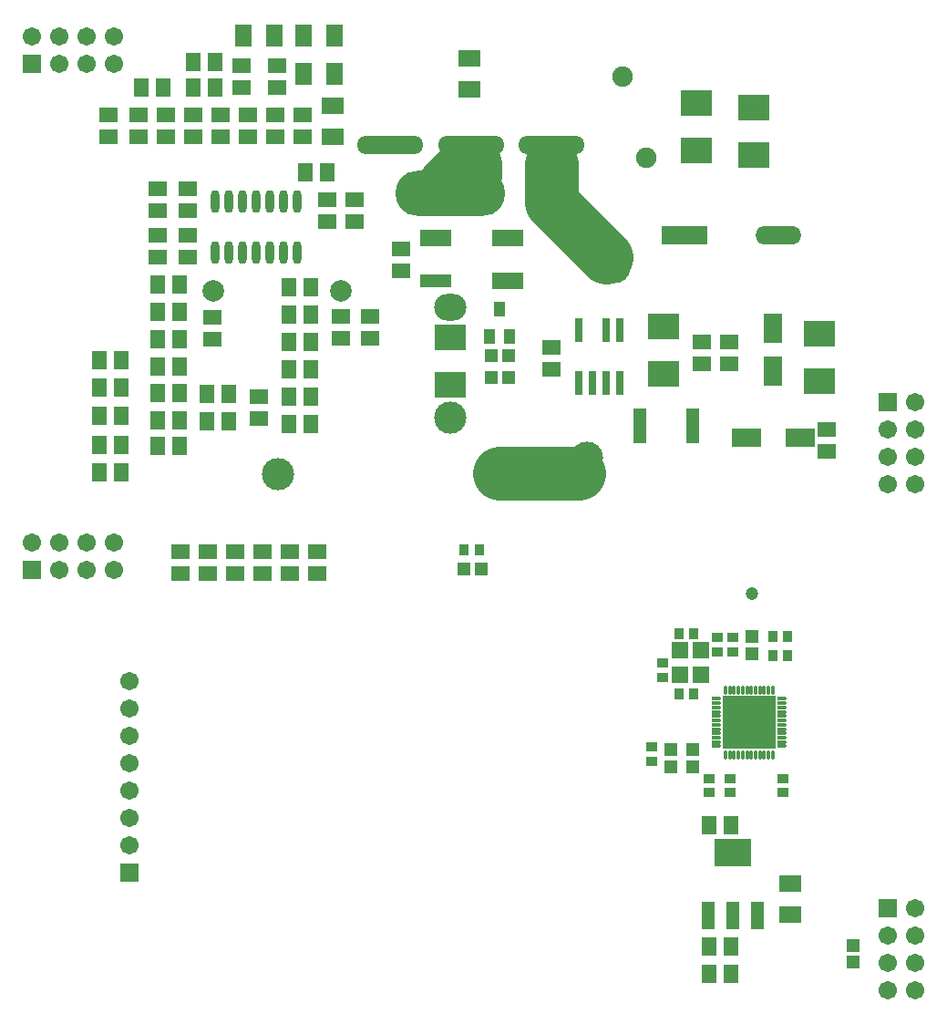
<source format=gts>
G04 Layer_Color=8388736*
%FSLAX44Y44*%
%MOMM*%
G71*
G01*
G75*
%ADD28C,5.0000*%
%ADD49C,3.0000*%
%ADD53C,2.0000*%
%ADD54C,3.0000*%
%ADD55O,3.0000X2.5000*%
%ADD57C,1.0000*%
%ADD67R,2.9532X1.6032*%
%ADD68R,2.9532X1.2032*%
%ADD69R,1.8034X1.4732*%
%ADD70R,1.7032X2.7032*%
%ADD71R,1.2032X3.2032*%
%ADD72R,2.7032X1.7032*%
%ADD73R,2.9462X2.3622*%
%ADD74R,1.4732X1.8034*%
%ADD75R,0.8032X2.2032*%
%ADD76R,2.0532X1.5032*%
%ADD77R,1.5032X2.0532*%
%ADD78R,1.2032X1.1532*%
%ADD79R,1.0532X1.4032*%
%ADD80O,4.2672X1.7032*%
%ADD81R,4.2672X1.7032*%
%ADD82O,0.8032X2.1032*%
%ADD83R,1.0032X0.9532*%
%ADD84R,4.9032X4.9032*%
%ADD85O,0.8532X0.4032*%
%ADD86O,0.4032X0.8532*%
%ADD87R,0.9532X1.0032*%
%ADD88R,1.1532X1.2032*%
%ADD89C,1.2032*%
%ADD90R,1.5032X1.5032*%
%ADD91R,0.9652X1.0160*%
%ADD92R,1.2032X2.6032*%
%ADD93R,3.5032X2.6032*%
%ADD94O,10.2032X4.2032*%
%ADD95R,1.7032X1.7032*%
%ADD96C,1.9032*%
%ADD97C,1.7032*%
%ADD98R,1.7032X1.7032*%
%ADD99O,6.2032X1.7032*%
D28*
X476600Y37200D02*
X550260D01*
X524860Y288660D02*
X575660Y237860D01*
X524860Y288660D02*
Y324220D01*
X453740Y314060D02*
Y324220D01*
X425800Y306440D02*
X443580Y324220D01*
D49*
X270606Y36438D02*
D03*
D53*
X210752Y206983D02*
D03*
X329252D02*
D03*
D54*
X583000Y229000D02*
D03*
X557600Y52000D02*
D03*
X431000Y89000D02*
D03*
D55*
X430980Y191000D02*
D03*
D57*
X702340Y-188310D02*
D03*
X714340D02*
D03*
X702340Y-200310D02*
D03*
X714340D02*
D03*
D67*
X416720Y255640D02*
D03*
X484220D02*
D03*
Y215640D02*
D03*
D68*
X416720D02*
D03*
D69*
X385160Y225160D02*
D03*
Y245480D02*
D03*
X217520Y349620D02*
D03*
Y369940D02*
D03*
X329280Y162930D02*
D03*
Y183250D02*
D03*
X780130Y57520D02*
D03*
Y77840D02*
D03*
X253080Y88000D02*
D03*
Y108320D02*
D03*
X664560Y159120D02*
D03*
Y138800D02*
D03*
X524860Y154040D02*
D03*
Y133720D02*
D03*
X689960Y159120D02*
D03*
Y138800D02*
D03*
X209900Y161660D02*
D03*
Y181980D02*
D03*
X355950Y162930D02*
D03*
Y183250D02*
D03*
X159100Y237860D02*
D03*
Y258180D02*
D03*
X187040Y281040D02*
D03*
Y301360D02*
D03*
Y237860D02*
D03*
Y258180D02*
D03*
X113380Y349620D02*
D03*
Y369940D02*
D03*
X166720Y369940D02*
D03*
Y349620D02*
D03*
X141320Y349620D02*
D03*
Y369940D02*
D03*
X159100Y301360D02*
D03*
Y281040D02*
D03*
X192120Y349620D02*
D03*
Y369940D02*
D03*
X236570Y415660D02*
D03*
Y395340D02*
D03*
X269590Y415660D02*
D03*
Y395340D02*
D03*
X341980Y291200D02*
D03*
Y270880D02*
D03*
X293720Y369940D02*
D03*
Y349620D02*
D03*
X316580Y291200D02*
D03*
Y270880D02*
D03*
X268320Y369940D02*
D03*
Y349620D02*
D03*
X242920Y349620D02*
D03*
Y369940D02*
D03*
X180020Y-35560D02*
D03*
Y-55880D02*
D03*
X205420Y-55880D02*
D03*
Y-35560D02*
D03*
X230820Y-55880D02*
D03*
Y-35560D02*
D03*
X307020Y-35560D02*
D03*
Y-55880D02*
D03*
X281620D02*
D03*
Y-35560D02*
D03*
X256220Y-55880D02*
D03*
Y-35560D02*
D03*
D70*
X730000Y172000D02*
D03*
Y132000D02*
D03*
D71*
X656000Y81380D02*
D03*
X607000D02*
D03*
D72*
X705600Y70220D02*
D03*
X755600D02*
D03*
D73*
X712820Y376800D02*
D03*
Y332600D02*
D03*
X629000Y129400D02*
D03*
Y173600D02*
D03*
X773780Y166740D02*
D03*
Y122540D02*
D03*
X659480Y336920D02*
D03*
Y381120D02*
D03*
X430880Y119240D02*
D03*
Y163440D02*
D03*
D74*
X225140Y85460D02*
D03*
X204820D02*
D03*
X281020Y108320D02*
D03*
X301340D02*
D03*
X281020Y209920D02*
D03*
X301340D02*
D03*
Y159120D02*
D03*
X281020D02*
D03*
X301340Y133720D02*
D03*
X281020D02*
D03*
X281020Y184520D02*
D03*
X301340D02*
D03*
X301340Y82920D02*
D03*
X281020D02*
D03*
X179420Y62600D02*
D03*
X159100D02*
D03*
X204820Y110860D02*
D03*
X225140D02*
D03*
X124810Y63870D02*
D03*
X104490D02*
D03*
X124810Y90540D02*
D03*
X104490D02*
D03*
X124810Y117210D02*
D03*
X104490D02*
D03*
X159100Y161660D02*
D03*
X179420D02*
D03*
X179420Y187060D02*
D03*
X159100D02*
D03*
X124810Y142610D02*
D03*
X104490D02*
D03*
X159100Y136260D02*
D03*
X179420D02*
D03*
X124810Y38470D02*
D03*
X104490D02*
D03*
X179420Y86730D02*
D03*
X159100D02*
D03*
X179420Y112130D02*
D03*
X159100D02*
D03*
X192120Y395340D02*
D03*
X212440D02*
D03*
X164180D02*
D03*
X143860D02*
D03*
X179420Y212460D02*
D03*
X159100D02*
D03*
X296260Y316600D02*
D03*
X316580D02*
D03*
X192120Y419470D02*
D03*
X212440D02*
D03*
X691830Y-402590D02*
D03*
X671510D02*
D03*
X691830Y-289560D02*
D03*
X671510D02*
D03*
X691830Y-427990D02*
D03*
X671510D02*
D03*
D75*
X588360Y170020D02*
D03*
X575660D02*
D03*
X550260D02*
D03*
X588360Y121020D02*
D03*
X575660D02*
D03*
X562960D02*
D03*
X550260D02*
D03*
D76*
X448660Y393540D02*
D03*
Y422540D02*
D03*
X321660Y349620D02*
D03*
Y378620D02*
D03*
X746440Y-343640D02*
D03*
Y-372640D02*
D03*
D77*
X323460Y408040D02*
D03*
X294460D02*
D03*
X323460Y443600D02*
D03*
X294460D02*
D03*
X267580D02*
D03*
X238580D02*
D03*
D78*
X484600Y146420D02*
D03*
X468600D02*
D03*
X468600Y126100D02*
D03*
X484600D02*
D03*
X459800Y-52070D02*
D03*
X443800D02*
D03*
D79*
X467100Y164400D02*
D03*
X485998Y164454D02*
D03*
X476600Y189400D02*
D03*
D80*
X735680Y258180D02*
D03*
D81*
X648050D02*
D03*
D82*
X212440Y242300D02*
D03*
X225140D02*
D03*
X237840D02*
D03*
X250540D02*
D03*
X263240D02*
D03*
X275940D02*
D03*
X288640D02*
D03*
X212440Y289300D02*
D03*
X225140D02*
D03*
X237840D02*
D03*
X250540D02*
D03*
X263240D02*
D03*
X275940D02*
D03*
X288640D02*
D03*
D83*
X740090Y-245980D02*
D03*
Y-259480D02*
D03*
X693100Y-128670D02*
D03*
Y-115170D02*
D03*
X679130Y-128670D02*
D03*
Y-115170D02*
D03*
X690560Y-245980D02*
D03*
Y-259480D02*
D03*
X671510Y-245980D02*
D03*
Y-259480D02*
D03*
X628330Y-138900D02*
D03*
Y-152400D02*
D03*
X618170Y-230270D02*
D03*
Y-216770D02*
D03*
D84*
X708340Y-194310D02*
D03*
D85*
X678090Y-216310D02*
D03*
Y-212310D02*
D03*
Y-208310D02*
D03*
Y-204310D02*
D03*
Y-200310D02*
D03*
Y-196310D02*
D03*
Y-192310D02*
D03*
Y-188310D02*
D03*
Y-184310D02*
D03*
Y-180310D02*
D03*
Y-176310D02*
D03*
Y-172310D02*
D03*
X738590D02*
D03*
Y-176310D02*
D03*
Y-180310D02*
D03*
Y-184310D02*
D03*
Y-188310D02*
D03*
Y-192310D02*
D03*
Y-196310D02*
D03*
Y-200310D02*
D03*
Y-204310D02*
D03*
Y-208310D02*
D03*
Y-212310D02*
D03*
Y-216310D02*
D03*
D86*
X686340Y-164060D02*
D03*
X690340D02*
D03*
X694340D02*
D03*
X698340D02*
D03*
X702340D02*
D03*
X706340D02*
D03*
X710340D02*
D03*
X714340D02*
D03*
X718340D02*
D03*
X722340D02*
D03*
X726340D02*
D03*
X730340D02*
D03*
Y-224560D02*
D03*
X726340D02*
D03*
X722340D02*
D03*
X718340D02*
D03*
X714340D02*
D03*
X710340D02*
D03*
X706340D02*
D03*
X702340D02*
D03*
X698340D02*
D03*
X694340D02*
D03*
X690340D02*
D03*
X686340D02*
D03*
D87*
X744300Y-132080D02*
D03*
X730800D02*
D03*
Y-114300D02*
D03*
X744300D02*
D03*
X657070Y-167640D02*
D03*
X643570D02*
D03*
X643170Y-111760D02*
D03*
X656670D02*
D03*
D88*
X710880Y-114300D02*
D03*
Y-130300D02*
D03*
X656270Y-219330D02*
D03*
Y-235330D02*
D03*
X635950Y-235330D02*
D03*
Y-219330D02*
D03*
X804860Y-400940D02*
D03*
Y-416940D02*
D03*
D89*
X710880Y-74930D02*
D03*
D90*
X663580Y-149930D02*
D03*
Y-126930D02*
D03*
X643880Y-149930D02*
D03*
Y-126930D02*
D03*
D91*
X443545Y-34290D02*
D03*
X457515D02*
D03*
D92*
X670100Y-373170D02*
D03*
X693100Y-373170D02*
D03*
X716100Y-373170D02*
D03*
D93*
X693100Y-315170D02*
D03*
D94*
X430880Y297550D02*
D03*
D95*
X518510Y35930D02*
D03*
X41895Y417294D02*
D03*
X41900Y-52601D02*
D03*
D96*
X590900Y405500D02*
D03*
X612900Y330500D02*
D03*
D97*
X41895Y442693D02*
D03*
X67295Y417294D02*
D03*
Y442693D02*
D03*
X92695Y417294D02*
D03*
Y442693D02*
D03*
X118095Y417294D02*
D03*
Y442693D02*
D03*
X862701Y103099D02*
D03*
X837301Y77699D02*
D03*
X862701D02*
D03*
X837301Y52299D02*
D03*
X862701D02*
D03*
X837301Y26899D02*
D03*
X862701D02*
D03*
X133030Y-156210D02*
D03*
Y-181610D02*
D03*
Y-207010D02*
D03*
Y-232410D02*
D03*
Y-257810D02*
D03*
Y-283210D02*
D03*
Y-308610D02*
D03*
X41900Y-27201D02*
D03*
X67300Y-52601D02*
D03*
Y-27201D02*
D03*
X92700Y-52601D02*
D03*
Y-27201D02*
D03*
X118100Y-52601D02*
D03*
Y-27201D02*
D03*
X862701Y-366799D02*
D03*
X837301Y-392199D02*
D03*
X862701D02*
D03*
X837301Y-417599D02*
D03*
X862701D02*
D03*
X837301Y-442999D02*
D03*
X862701D02*
D03*
D98*
X837301Y103099D02*
D03*
X133030Y-334010D02*
D03*
X837301Y-366799D02*
D03*
D99*
X525000Y342000D02*
D03*
X450000D02*
D03*
X375000D02*
D03*
M02*

</source>
